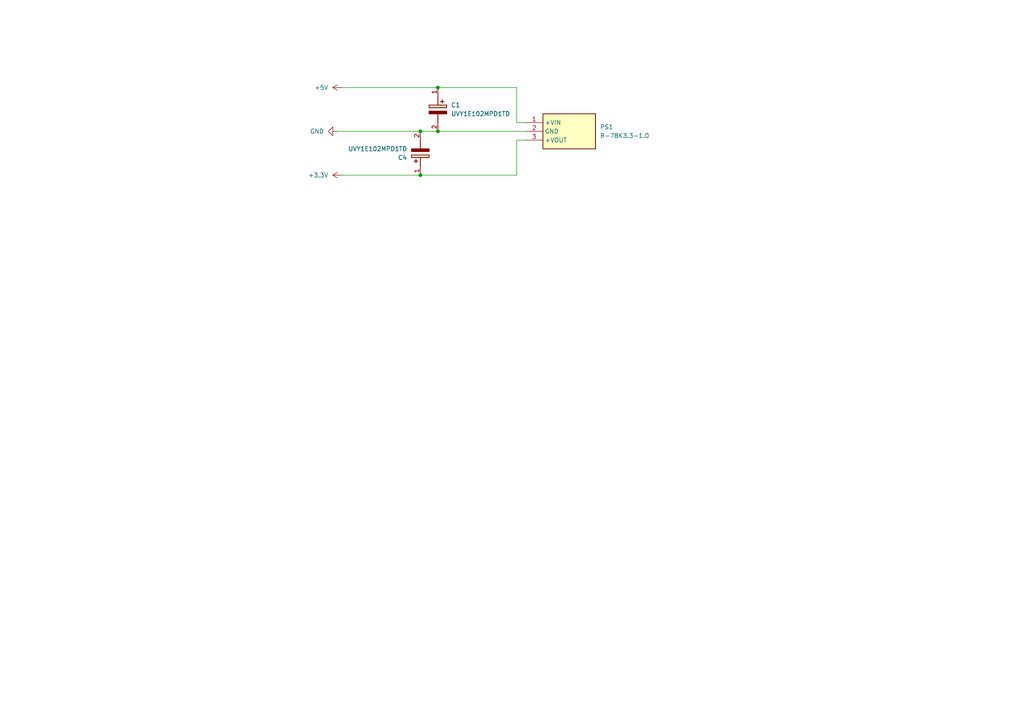
<source format=kicad_sch>
(kicad_sch (version 20250114) (generator "eeschema") (generator_version "9.0")
  (paper "A4")
  (lib_symbols
    (symbol "InverterCom:R-78K3.3-1.0"
      (property "Reference" "PS" (at 21.59 7.62 0))
      (property "Value" "R-78K3.3-1.0" (at 21.59 5.08 0))
      (symbol "R-78K3.3-1.0_1_1"
        (rectangle (start 5.08 2.54) (end 20.32 -7.62) (stroke (width 0.254)) (fill (type background)))
        (pin passive line (at 0 0 0) (length 5.08) (name "+VIN") (number "1"))
        (pin passive line (at 0 -2.54 0) (length 5.08) (name "GND") (number "2"))
        (pin passive line (at 0 -5.08 0) (length 5.08) (name "+VOUT") (number "3"))
      )
    )
    (symbol "InverterCom:UVY1E102MPD1TD" (pin_names (hide yes))
      (property "Reference" "C" (at 8.89 6.35 0))
      (property "Value" "UVY1E102MPD1TD" (at 8.89 3.81 0))
      (symbol "UVY1E102MPD1TD_1_1"
        (polyline (pts (xy 2.54 0) (xy 5.08 0)) (stroke (width 0.254)))
        (polyline (pts (xy 4.064 1.778) (xy 4.064 0.762)) (stroke (width 0.254)))
        (polyline (pts (xy 4.572 1.27) (xy 3.556 1.27)) (stroke (width 0.254)))
        (rectangle (start 5.08 2.54) (end 5.842 -2.54) (stroke (width 0.254)) (fill (type background)))
        (polyline (pts (xy 7.62 2.54) (xy 7.62 -2.54) (xy 6.858 -2.54) (xy 6.858 2.54) (xy 7.62 2.54)) (stroke (width 0.254)) (fill (type outline)))
        (polyline (pts (xy 7.62 0) (xy 10.16 0)) (stroke (width 0.254)))
        (pin passive line (at 0 0 0) (length 2.54) (name "+") (number "1"))
        (pin passive line (at 12.7 0 180) (length 2.54) (name "-") (number "2"))
      )
    )
    (symbol "power:+3.3V" (power) (pin_numbers (hide yes)) (pin_names (offset 0) (hide yes))
      (property "Value" "+3.3V" (at 0 3.556 0))
      (symbol "+3.3V_0_1"
        (polyline (pts (xy -0.762 1.27) (xy 0 2.54)))
        (polyline (pts (xy 0 2.54) (xy 0.762 1.27)))
        (polyline (pts (xy 0 0) (xy 0 2.54)))
      )
      (symbol "+3.3V_1_1"
        (pin power_in line (at 0 0 90) (length 0) (name "~") (number "1"))
      )
    )
    (symbol "power:+5V" (power) (pin_numbers (hide yes)) (pin_names (offset 0) (hide yes))
      (property "Value" "+5V" (at 0 3.556 0))
      (symbol "+5V_0_1"
        (polyline (pts (xy -0.762 1.27) (xy 0 2.54)))
        (polyline (pts (xy 0 2.54) (xy 0.762 1.27)))
        (polyline (pts (xy 0 0) (xy 0 2.54)))
      )
      (symbol "+5V_1_1"
        (pin power_in line (at 0 0 90) (length 0) (name "~") (number "1"))
      )
    )
    (symbol "power:GND" (power) (pin_numbers (hide yes)) (pin_names (offset 0) (hide yes))
      (property "Value" "GND" (at 0 -3.81 0))
      (symbol "GND_0_1"
        (polyline (pts (xy 0 0) (xy 0 -1.27) (xy 1.27 -1.27) (xy 0 -2.54) (xy -1.27 -1.27) (xy 0 -1.27)))
      )
      (symbol "GND_1_1"
        (pin power_in line (at 0 0 270) (length 0) (name "~") (number "1"))
      )
    )
  )
  (junction (at 127 25.4))
  (junction (at 127 38.1))
  (junction (at 121.92 38.1))
  (junction (at 121.92 50.8))
  (wire (pts (xy 149.86 25.4) (xy 127 25.4)))
  (wire (pts (xy 121.92 50.8) (xy 149.86 50.8)))
  (wire (pts (xy 97.79 38.1) (xy 121.92 38.1)))
  (wire (pts (xy 99.06 50.8) (xy 121.92 50.8)))
  (wire (pts (xy 121.92 38.1) (xy 127 38.1)))
  (wire (pts (xy 152.4 40.64) (xy 149.86 40.64)))
  (wire (pts (xy 149.86 40.64) (xy 149.86 50.8)))
  (wire (pts (xy 127 38.1) (xy 152.4 38.1)))
  (wire (pts (xy 152.4 35.56) (xy 149.86 35.56)))
  (wire (pts (xy 149.86 35.56) (xy 149.86 25.4)))
  (wire (pts (xy 99.06 25.4) (xy 127 25.4)))
  (symbol (lib_id "InverterCom:UVY1E102MPD1TD") (at 127 25.4 270) (unit 1)
    (property "Reference" "C1" (at 130.81 30.4799 90) (effects (justify left)))
    (property "Value" "UVY1E102MPD1TD" (at 130.81 33.0199 90) (effects (justify left)))
    (property "Footprint" "InverterCom:CAPPRD500W60D1025H1750" (effects (hide yes)))
    (property "Datasheet" "https://componentsearchengine.com/Datasheets/5/UVY1E102MPD1TD.pdf" (effects (hide yes)))
    (property "Description" "Cap Aluminum Lytic 1000uF 25V 20% (10 X 16mm) Radial 5mm 610mA 1000h 105C Ammo" (effects (hide yes)))
    (property "Height" "17.5" (effects (hide yes)))
    (property "Mouser Part Number" "647-UVY1E102MPD1TD" (effects (hide yes)))
    (property "Mouser Price/Stock" "https://www.mouser.co.uk/ProductDetail/Nichicon/UVY1E102MPD1TD?qs=gtReTMvImqniEnVqgrfK9Q%3D%3D" (effects (hide yes)))
    (property "Manufacturer_Name" "Nichicon" (effects (hide yes)))
    (property "Manufacturer_Part_Number" "UVY1E102MPD1TD" (effects (hide yes)))
  )
  (symbol (lib_id "InverterCom:R-78K3.3-1.0") (at 152.4 35.56 0) (unit 1)
    (property "Reference" "PS1" (at 173.99 36.8299 0) (effects (justify left)))
    (property "Value" "R-78K3.3-1.0" (at 173.99 39.3699 0) (effects (justify left)))
    (property "Footprint" "InverterCom:R78K3310" (effects (hide yes)))
    (property "Datasheet" "https://recom-power.com/pdf/Innoline/R-78K-1.0.pdf" (effects (hide yes)))
    (property "Description" "1.0 Amp SIP3 Single Output" (effects (hide yes)))
    (property "Height" "10.7" (effects (hide yes)))
    (property "Mouser Part Number" "919-R-78K3.3-1.0" (effects (hide yes)))
    (property "Mouser Price/Stock" "https://www.mouser.co.uk/ProductDetail/RECOM-Power/R-78K3.3-1.0?qs=Jm2GQyTW%2FbgHKVxUJQMQlQ%3D%3D" (effects (hide yes)))
    (property "Manufacturer_Name" "RECOM Power" (effects (hide yes)))
    (property "Manufacturer_Part_Number" "R-78K3.3-1.0" (effects (hide yes)))
  )
  (symbol (lib_id "power:+3.3V") (at 99.06 50.8 90) (unit 1)
    (property "Reference" "#PWR03" (effects (hide yes)))
    (property "Value" "+3.3V" (at 95.25 50.7999 90) (effects (justify left)))
    (property "Description" "Power symbol creates a global label with name \"+3.3V\"" (effects (hide yes)))
  )
  (symbol (lib_id "power:GND") (at 97.79 38.1 270) (unit 1)
    (property "Reference" "#PWR01" (effects (hide yes)))
    (property "Value" "GND" (at 93.98 38.0999 90) (effects (justify right)))
    (property "Description" "Power symbol creates a global label with name \"GND\" , ground" (effects (hide yes)))
  )
  (symbol (lib_id "InverterCom:UVY1E102MPD1TD") (at 121.92 50.8 90) (unit 1)
    (property "Reference" "C4" (at 118.11 45.7201 90) (effects (justify left)))
    (property "Value" "UVY1E102MPD1TD" (at 118.11 43.1801 90) (effects (justify left)))
    (property "Footprint" "InverterCom:CAPPRD500W60D1025H1750" (effects (hide yes)))
    (property "Datasheet" "https://componentsearchengine.com/Datasheets/5/UVY1E102MPD1TD.pdf" (effects (hide yes)))
    (property "Description" "Cap Aluminum Lytic 1000uF 25V 20% (10 X 16mm) Radial 5mm 610mA 1000h 105C Ammo" (effects (hide yes)))
    (property "Height" "17.5" (effects (hide yes)))
    (property "Mouser Part Number" "647-UVY1E102MPD1TD" (effects (hide yes)))
    (property "Mouser Price/Stock" "https://www.mouser.co.uk/ProductDetail/Nichicon/UVY1E102MPD1TD?qs=gtReTMvImqniEnVqgrfK9Q%3D%3D" (effects (hide yes)))
    (property "Manufacturer_Name" "Nichicon" (effects (hide yes)))
    (property "Manufacturer_Part_Number" "UVY1E102MPD1TD" (effects (hide yes)))
  )
  (symbol (lib_id "power:+5V") (at 99.06 25.4 90) (unit 1)
    (property "Reference" "#PWR0118" (effects (hide yes)))
    (property "Value" "+5V" (at 95.25 25.3999 90) (effects (justify left)))
    (property "Description" "Power symbol creates a global label with name \"+5V\"" (effects (hide yes)))
  )
)
</source>
